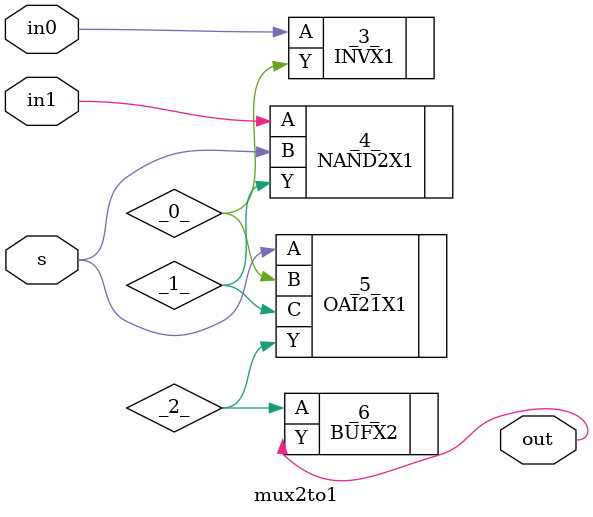
<source format=v>
/* Verilog module written by vlog2Verilog (qflow) */
/* With bit-blasted vectors */
/* With power connections converted to binary 1, 0 */

module mux2to1(
    input in0,
    input in1,
    output out,
    input s
);

wire s ;
wire out ;
wire _1_ ;
wire _0_ ;
wire _2_ ;
wire in0 ;
wire in1 ;

INVX1 _3_ (
    .A(in0),
    .Y(_0_)
);

NAND2X1 _4_ (
    .A(in1),
    .B(s),
    .Y(_1_)
);

OAI21X1 _5_ (
    .A(s),
    .B(_0_),
    .C(_1_),
    .Y(_2_)
);

BUFX2 _6_ (
    .A(_2_),
    .Y(out)
);

endmodule

</source>
